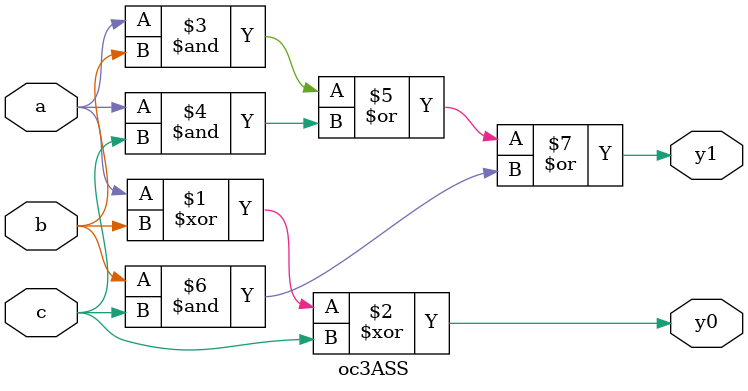
<source format=v>
`timescale 1ns/1ns
module oc3ASS (input a,b,c , output y0 , y1);
  assign #(15,21) y0 = a^b^c ;
  assign #(15,14) y1 = a&b|a&c|b&c;
endmodule  
</source>
